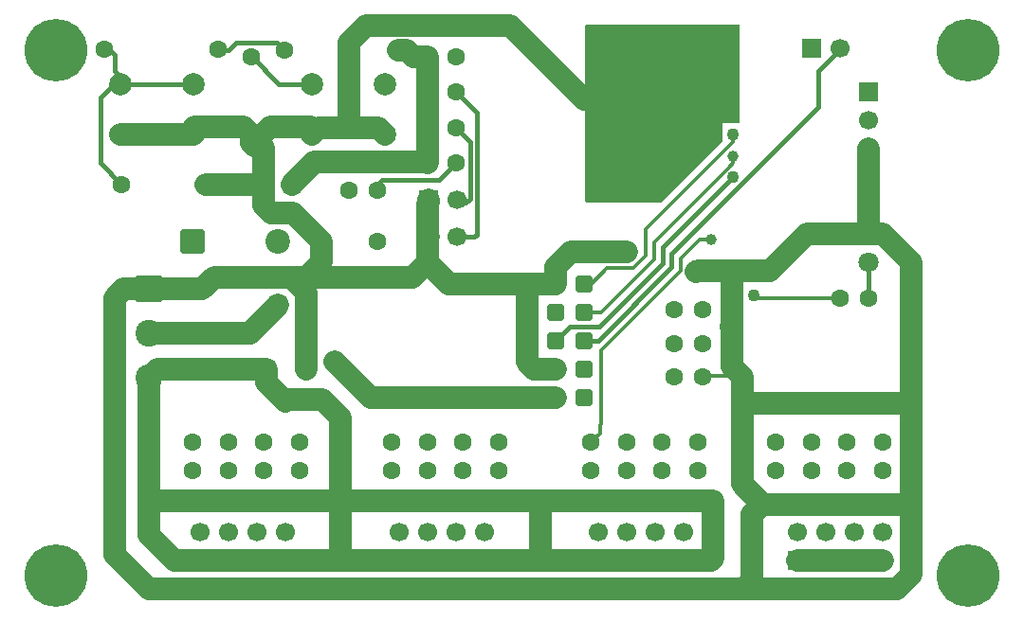
<source format=gbl>
G04 #@! TF.GenerationSoftware,KiCad,Pcbnew,9.0.6*
G04 #@! TF.CreationDate,2026-01-30T16:54:02+01:00*
G04 #@! TF.ProjectId,ESP32_PWM_PCB_large,45535033-325f-4505-974d-5f5043425f6c,1.0*
G04 #@! TF.SameCoordinates,Original*
G04 #@! TF.FileFunction,Copper,L2,Bot*
G04 #@! TF.FilePolarity,Positive*
%FSLAX46Y46*%
G04 Gerber Fmt 4.6, Leading zero omitted, Abs format (unit mm)*
G04 Created by KiCad (PCBNEW 9.0.6) date 2026-01-30 16:54:02*
%MOMM*%
%LPD*%
G01*
G04 APERTURE LIST*
G04 Aperture macros list*
%AMRoundRect*
0 Rectangle with rounded corners*
0 $1 Rounding radius*
0 $2 $3 $4 $5 $6 $7 $8 $9 X,Y pos of 4 corners*
0 Add a 4 corners polygon primitive as box body*
4,1,4,$2,$3,$4,$5,$6,$7,$8,$9,$2,$3,0*
0 Add four circle primitives for the rounded corners*
1,1,$1+$1,$2,$3*
1,1,$1+$1,$4,$5*
1,1,$1+$1,$6,$7*
1,1,$1+$1,$8,$9*
0 Add four rect primitives between the rounded corners*
20,1,$1+$1,$2,$3,$4,$5,0*
20,1,$1+$1,$4,$5,$6,$7,0*
20,1,$1+$1,$6,$7,$8,$9,0*
20,1,$1+$1,$8,$9,$2,$3,0*%
G04 Aperture macros list end*
G04 #@! TA.AperFunction,ComponentPad*
%ADD10C,1.600000*%
G04 #@! TD*
G04 #@! TA.AperFunction,ComponentPad*
%ADD11R,1.700000X1.700000*%
G04 #@! TD*
G04 #@! TA.AperFunction,ComponentPad*
%ADD12C,1.700000*%
G04 #@! TD*
G04 #@! TA.AperFunction,ComponentPad*
%ADD13RoundRect,0.236220X-0.513780X-0.513780X0.513780X-0.513780X0.513780X0.513780X-0.513780X0.513780X0*%
G04 #@! TD*
G04 #@! TA.AperFunction,ComponentPad*
%ADD14RoundRect,0.250000X0.550000X-0.550000X0.550000X0.550000X-0.550000X0.550000X-0.550000X-0.550000X0*%
G04 #@! TD*
G04 #@! TA.AperFunction,ComponentPad*
%ADD15C,3.600000*%
G04 #@! TD*
G04 #@! TA.AperFunction,ConnectorPad*
%ADD16C,5.600000*%
G04 #@! TD*
G04 #@! TA.AperFunction,ComponentPad*
%ADD17RoundRect,0.250000X-0.550000X-0.550000X0.550000X-0.550000X0.550000X0.550000X-0.550000X0.550000X0*%
G04 #@! TD*
G04 #@! TA.AperFunction,HeatsinkPad*
%ADD18C,0.600000*%
G04 #@! TD*
G04 #@! TA.AperFunction,ComponentPad*
%ADD19RoundRect,0.250001X-0.949999X0.949999X-0.949999X-0.949999X0.949999X-0.949999X0.949999X0.949999X0*%
G04 #@! TD*
G04 #@! TA.AperFunction,ComponentPad*
%ADD20C,2.400000*%
G04 #@! TD*
G04 #@! TA.AperFunction,ComponentPad*
%ADD21C,2.000000*%
G04 #@! TD*
G04 #@! TA.AperFunction,ComponentPad*
%ADD22RoundRect,0.250000X0.550000X0.550000X-0.550000X0.550000X-0.550000X-0.550000X0.550000X-0.550000X0*%
G04 #@! TD*
G04 #@! TA.AperFunction,ComponentPad*
%ADD23RoundRect,0.249999X-0.850001X-0.850001X0.850001X-0.850001X0.850001X0.850001X-0.850001X0.850001X0*%
G04 #@! TD*
G04 #@! TA.AperFunction,ComponentPad*
%ADD24C,2.200000*%
G04 #@! TD*
G04 #@! TA.AperFunction,ComponentPad*
%ADD25R,1.800000X1.800000*%
G04 #@! TD*
G04 #@! TA.AperFunction,ComponentPad*
%ADD26C,1.800000*%
G04 #@! TD*
G04 #@! TA.AperFunction,ViaPad*
%ADD27C,1.000000*%
G04 #@! TD*
G04 #@! TA.AperFunction,ViaPad*
%ADD28C,1.100000*%
G04 #@! TD*
G04 #@! TA.AperFunction,Conductor*
%ADD29C,2.000000*%
G04 #@! TD*
G04 #@! TA.AperFunction,Conductor*
%ADD30C,0.300000*%
G04 #@! TD*
G04 #@! TA.AperFunction,Conductor*
%ADD31C,0.400000*%
G04 #@! TD*
G04 APERTURE END LIST*
D10*
G04 #@! TO.P,C7,1*
G04 #@! TO.N,+5V*
X144145000Y-83780000D03*
G04 #@! TO.P,C7,2*
G04 #@! TO.N,GND*
X144145000Y-78780000D03*
G04 #@! TD*
G04 #@! TO.P,R25,1*
G04 #@! TO.N,Net-(U1-IO13)*
X185200000Y-87700000D03*
G04 #@! TO.P,R25,2*
G04 #@! TO.N,GND*
X187740000Y-87700000D03*
G04 #@! TD*
D11*
G04 #@! TO.P,J5,1,Pin_1*
G04 #@! TO.N,+5C*
X196215000Y-104140000D03*
D12*
G04 #@! TO.P,J5,2,Pin_2*
G04 #@! TO.N,Net-(J5-Pin_2)*
X196215000Y-101600000D03*
G04 #@! TO.P,J5,3,Pin_3*
G04 #@! TO.N,+5C*
X198755000Y-104140000D03*
G04 #@! TO.P,J5,4,Pin_4*
G04 #@! TO.N,Net-(J5-Pin_4)*
X198755000Y-101600000D03*
G04 #@! TO.P,J5,5,Pin_5*
G04 #@! TO.N,+5C*
X201295000Y-104140000D03*
G04 #@! TO.P,J5,6,Pin_6*
G04 #@! TO.N,Net-(J5-Pin_6)*
X201295000Y-101600000D03*
G04 #@! TO.P,J5,7,Pin_7*
G04 #@! TO.N,+5C*
X203835000Y-104140000D03*
G04 #@! TO.P,J5,8,Pin_8*
G04 #@! TO.N,Net-(J5-Pin_8)*
X203835000Y-101600000D03*
G04 #@! TD*
D10*
G04 #@! TO.P,R14,1*
G04 #@! TO.N,Net-(U1-IO17)*
X180975000Y-93570000D03*
G04 #@! TO.P,R14,2*
G04 #@! TO.N,Net-(J4-Pin_4)*
X180975000Y-96110000D03*
G04 #@! TD*
G04 #@! TO.P,R3,1*
G04 #@! TO.N,Net-(D1-A)*
X202565000Y-80645000D03*
G04 #@! TO.P,R3,2*
G04 #@! TO.N,Net-(U1-IO2)*
X200025000Y-80645000D03*
G04 #@! TD*
D11*
G04 #@! TO.P,J4,1,Pin_1*
G04 #@! TO.N,+5C*
X178435000Y-104140000D03*
D12*
G04 #@! TO.P,J4,2,Pin_2*
G04 #@! TO.N,Net-(J4-Pin_2)*
X178435000Y-101600000D03*
G04 #@! TO.P,J4,3,Pin_3*
G04 #@! TO.N,+5C*
X180975000Y-104140000D03*
G04 #@! TO.P,J4,4,Pin_4*
G04 #@! TO.N,Net-(J4-Pin_4)*
X180975000Y-101600000D03*
G04 #@! TO.P,J4,5,Pin_5*
G04 #@! TO.N,+5C*
X183515000Y-104140000D03*
G04 #@! TO.P,J4,6,Pin_6*
G04 #@! TO.N,Net-(J4-Pin_6)*
X183515000Y-101600000D03*
G04 #@! TO.P,J4,7,Pin_7*
G04 #@! TO.N,+5C*
X186055000Y-104140000D03*
G04 #@! TO.P,J4,8,Pin_8*
G04 #@! TO.N,Net-(J4-Pin_8)*
X186055000Y-101600000D03*
G04 #@! TD*
D11*
G04 #@! TO.P,J10,1,Pin_1*
G04 #@! TO.N,Net-(J10-Pin_1)*
X202565000Y-62230000D03*
D12*
G04 #@! TO.P,J10,2,Pin_2*
G04 #@! TO.N,Net-(J10-Pin_2)*
X202565000Y-64770000D03*
G04 #@! TO.P,J10,3,Pin_3*
G04 #@! TO.N,GND*
X202565000Y-67310000D03*
G04 #@! TD*
D10*
G04 #@! TO.P,C3,1*
G04 #@! TO.N,Net-(C3-Pad1)*
X147500000Y-59100000D03*
G04 #@! TO.P,C3,2*
G04 #@! TO.N,GND*
X147500000Y-66600000D03*
G04 #@! TD*
G04 #@! TO.P,R12,1*
G04 #@! TO.N,Net-(U1-IO13)*
X169545000Y-93570000D03*
G04 #@! TO.P,R12,2*
G04 #@! TO.N,Net-(J3-Pin_8)*
X169545000Y-96110000D03*
G04 #@! TD*
D11*
G04 #@! TO.P,J8,1,Pin_1*
G04 #@! TO.N,GND*
X178435000Y-106680000D03*
D12*
G04 #@! TO.P,J8,2,Pin_2*
X180975000Y-106680000D03*
G04 #@! TO.P,J8,3,Pin_3*
X183515000Y-106680000D03*
G04 #@! TO.P,J8,4,Pin_4*
X186055000Y-106680000D03*
G04 #@! TD*
D11*
G04 #@! TO.P,JP1,1,A*
G04 #@! TO.N,Net-(JP1-A)*
X197500000Y-58300000D03*
D12*
G04 #@! TO.P,JP1,2,B*
G04 #@! TO.N,Net-(J1-MOSI)*
X200040000Y-58300000D03*
G04 #@! TD*
D13*
G04 #@! TO.P,J1,1,GND*
G04 #@! TO.N,GND*
X174625000Y-79375000D03*
G04 #@! TO.P,J1,2,SCLK*
G04 #@! TO.N,Net-(J1-SCLK)*
X177165000Y-79375000D03*
G04 #@! TO.P,J1,3,INT*
G04 #@! TO.N,unconnected-(J1-INT-Pad3)*
X174625000Y-81915000D03*
G04 #@! TO.P,J1,4,SCS*
G04 #@! TO.N,Net-(J1-SCS)*
X177165000Y-81915000D03*
G04 #@! TO.P,J1,5,RST*
G04 #@! TO.N,Net-(J1-RST)*
X174625000Y-84455000D03*
G04 #@! TO.P,J1,6,MOSI*
G04 #@! TO.N,Net-(J1-MOSI)*
X177165000Y-84455000D03*
G04 #@! TO.P,J1,7,GND*
G04 #@! TO.N,GND*
X174625000Y-86995000D03*
G04 #@! TO.P,J1,8,MISO*
G04 #@! TO.N,Net-(J1-MISO)*
X177165000Y-86995000D03*
G04 #@! TO.P,J1,9,5V*
G04 #@! TO.N,+5V*
X174625000Y-89535000D03*
G04 #@! TO.P,J1,10,3.3V*
G04 #@! TO.N,unconnected-(J1-3.3V-Pad10)*
X177165000Y-89535000D03*
G04 #@! TD*
D10*
G04 #@! TO.P,R23,1*
G04 #@! TO.N,+3.3V*
X163195000Y-68580000D03*
G04 #@! TO.P,R23,2*
G04 #@! TO.N,Net-(U1-IO0)*
X165735000Y-68580000D03*
G04 #@! TD*
D14*
G04 #@! TO.P,C4,1*
G04 #@! TO.N,+5V*
X149860000Y-81280000D03*
D10*
G04 #@! TO.P,C4,2*
G04 #@! TO.N,GND*
X149860000Y-78780000D03*
G04 #@! TD*
G04 #@! TO.P,R9,1*
G04 #@! TO.N,Net-(U1-IO27)*
X160020000Y-93570000D03*
G04 #@! TO.P,R9,2*
G04 #@! TO.N,Net-(J3-Pin_2)*
X160020000Y-96110000D03*
G04 #@! TD*
D15*
G04 #@! TO.P,REF\u002A\u002A,1*
G04 #@! TO.N,N/C*
X130000000Y-105500000D03*
D16*
X130000000Y-105500000D03*
G04 #@! TD*
D10*
G04 #@! TO.P,R26,1*
G04 #@! TO.N,+3.3V*
X185200000Y-81700000D03*
G04 #@! TO.P,R26,2*
G04 #@! TO.N,Net-(U1-IO15)*
X187740000Y-81700000D03*
G04 #@! TD*
G04 #@! TO.P,R5,1*
G04 #@! TO.N,Net-(U1-IO32)*
X142240000Y-93570000D03*
G04 #@! TO.P,R5,2*
G04 #@! TO.N,Net-(J2-Pin_2)*
X142240000Y-96110000D03*
G04 #@! TD*
G04 #@! TO.P,R11,1*
G04 #@! TO.N,Net-(U1-IO12)*
X166380000Y-93570000D03*
G04 #@! TO.P,R11,2*
G04 #@! TO.N,Net-(J3-Pin_6)*
X166380000Y-96110000D03*
G04 #@! TD*
D17*
G04 #@! TO.P,C1,1*
G04 #@! TO.N,+5C*
X148842349Y-86995000D03*
D10*
G04 #@! TO.P,C1,2*
G04 #@! TO.N,GND*
X152342349Y-86995000D03*
G04 #@! TD*
G04 #@! TO.P,C2,1*
G04 #@! TO.N,Net-(C2-Pad1)*
X135890000Y-70485000D03*
G04 #@! TO.P,C2,2*
G04 #@! TO.N,GND*
X143390000Y-70485000D03*
G04 #@! TD*
G04 #@! TO.P,R13,1*
G04 #@! TO.N,Net-(U1-IO15)*
X177800000Y-93570000D03*
G04 #@! TO.P,R13,2*
G04 #@! TO.N,Net-(J4-Pin_2)*
X177800000Y-96110000D03*
G04 #@! TD*
G04 #@! TO.P,R21,1*
G04 #@! TO.N,Net-(U1-EN)*
X144500000Y-58400000D03*
G04 #@! TO.P,R21,2*
G04 #@! TO.N,Net-(C2-Pad1)*
X134340000Y-58400000D03*
G04 #@! TD*
D18*
G04 #@! TO.P,U1,39,GND*
G04 #@! TO.N,GND*
X181805000Y-62457500D03*
X181805000Y-63982500D03*
X182567500Y-61695000D03*
X182567500Y-63220000D03*
X182567500Y-64745000D03*
X183330000Y-62457500D03*
X183330000Y-63982500D03*
X184092500Y-61695000D03*
X184092500Y-63220000D03*
X184092500Y-64745000D03*
X184855000Y-62457500D03*
X184855000Y-63982500D03*
G04 #@! TD*
D10*
G04 #@! TO.P,R15,1*
G04 #@! TO.N,Net-(U1-IO0)*
X184150000Y-93570000D03*
G04 #@! TO.P,R15,2*
G04 #@! TO.N,Net-(J4-Pin_6)*
X184150000Y-96110000D03*
G04 #@! TD*
G04 #@! TO.P,R20,1*
G04 #@! TO.N,Net-(U1-IO22)*
X203860400Y-93570000D03*
G04 #@! TO.P,R20,2*
G04 #@! TO.N,Net-(J5-Pin_8)*
X203860400Y-96110000D03*
G04 #@! TD*
D19*
G04 #@! TO.P,J11,1,Pin_1*
G04 #@! TO.N,GND*
X138312500Y-79860000D03*
D20*
G04 #@! TO.P,J11,2,Pin_2*
G04 #@! TO.N,+5V*
X138312500Y-83820000D03*
G04 #@! TO.P,J11,3,Pin_3*
G04 #@! TO.N,+5C*
X138312500Y-87780000D03*
G04 #@! TD*
D10*
G04 #@! TO.P,R22,1*
G04 #@! TO.N,+3.3V*
X160600000Y-58500000D03*
G04 #@! TO.P,R22,2*
G04 #@! TO.N,Net-(U1-EN)*
X150440000Y-58500000D03*
G04 #@! TD*
D11*
G04 #@! TO.P,JP3,1,A*
G04 #@! TO.N,GND*
X163322000Y-75184000D03*
D12*
G04 #@! TO.P,JP3,2,B*
G04 #@! TO.N,Net-(JP3-B)*
X165862000Y-75184000D03*
G04 #@! TD*
D10*
G04 #@! TO.P,R10,1*
G04 #@! TO.N,Net-(U1-IO14)*
X163195000Y-93570000D03*
G04 #@! TO.P,R10,2*
G04 #@! TO.N,Net-(J3-Pin_4)*
X163195000Y-96110000D03*
G04 #@! TD*
D21*
G04 #@! TO.P,SW2,1,1*
G04 #@! TO.N,Net-(C3-Pad1)*
X152885000Y-61500000D03*
X159385000Y-61500000D03*
G04 #@! TO.P,SW2,2,2*
G04 #@! TO.N,GND*
X152885000Y-66000000D03*
X159385000Y-66000000D03*
G04 #@! TD*
D10*
G04 #@! TO.P,C6,1*
G04 #@! TO.N,+3.3V*
X158685000Y-75565000D03*
G04 #@! TO.P,C6,2*
G04 #@! TO.N,GND*
X153685000Y-75565000D03*
G04 #@! TD*
D11*
G04 #@! TO.P,J3,1,Pin_1*
G04 #@! TO.N,+5C*
X160655000Y-104140000D03*
D12*
G04 #@! TO.P,J3,2,Pin_2*
G04 #@! TO.N,Net-(J3-Pin_2)*
X160655000Y-101600000D03*
G04 #@! TO.P,J3,3,Pin_3*
G04 #@! TO.N,+5C*
X163195000Y-104140000D03*
G04 #@! TO.P,J3,4,Pin_4*
G04 #@! TO.N,Net-(J3-Pin_4)*
X163195000Y-101600000D03*
G04 #@! TO.P,J3,5,Pin_5*
G04 #@! TO.N,+5C*
X165735000Y-104140000D03*
G04 #@! TO.P,J3,6,Pin_6*
G04 #@! TO.N,Net-(J3-Pin_6)*
X165735000Y-101600000D03*
G04 #@! TO.P,J3,7,Pin_7*
G04 #@! TO.N,+5C*
X168275000Y-104140000D03*
G04 #@! TO.P,J3,8,Pin_8*
G04 #@! TO.N,Net-(J3-Pin_8)*
X168275000Y-101600000D03*
G04 #@! TD*
D11*
G04 #@! TO.P,J7,1,Pin_1*
G04 #@! TO.N,GND*
X160655000Y-106680000D03*
D12*
G04 #@! TO.P,J7,2,Pin_2*
X163195000Y-106680000D03*
G04 #@! TO.P,J7,3,Pin_3*
X165735000Y-106680000D03*
G04 #@! TO.P,J7,4,Pin_4*
X168275000Y-106680000D03*
G04 #@! TD*
D15*
G04 #@! TO.P,REF\u002A\u002A,1*
G04 #@! TO.N,N/C*
X211500000Y-58500000D03*
D16*
X211500000Y-58500000D03*
G04 #@! TD*
D10*
G04 #@! TO.P,R6,1*
G04 #@! TO.N,Net-(U1-IO33)*
X145415000Y-93570000D03*
G04 #@! TO.P,R6,2*
G04 #@! TO.N,Net-(J2-Pin_4)*
X145415000Y-96110000D03*
G04 #@! TD*
G04 #@! TO.P,R24,1*
G04 #@! TO.N,Net-(U1-IO0)*
X158750000Y-71000000D03*
G04 #@! TO.P,R24,2*
G04 #@! TO.N,Net-(C3-Pad1)*
X156210000Y-71000000D03*
G04 #@! TD*
D11*
G04 #@! TO.P,JP2,1,A*
G04 #@! TO.N,GND*
X163322000Y-71882000D03*
D12*
G04 #@! TO.P,JP2,2,B*
G04 #@! TO.N,Net-(JP2-B)*
X165862000Y-71882000D03*
G04 #@! TD*
D22*
G04 #@! TO.P,C5,1*
G04 #@! TO.N,+3.3V*
X151090000Y-70485000D03*
D10*
G04 #@! TO.P,C5,2*
G04 #@! TO.N,GND*
X148590000Y-70485000D03*
G04 #@! TD*
D11*
G04 #@! TO.P,J6,1,Pin_1*
G04 #@! TO.N,GND*
X142875000Y-106680000D03*
D12*
G04 #@! TO.P,J6,2,Pin_2*
X145415000Y-106680000D03*
G04 #@! TO.P,J6,3,Pin_3*
X147955000Y-106680000D03*
G04 #@! TO.P,J6,4,Pin_4*
X150495000Y-106680000D03*
G04 #@! TD*
D10*
G04 #@! TO.P,R27,1*
G04 #@! TO.N,Net-(J1-SCS)*
X187740000Y-84700000D03*
G04 #@! TO.P,R27,2*
G04 #@! TO.N,+3.3V*
X185200000Y-84700000D03*
G04 #@! TD*
D15*
G04 #@! TO.P,REF\u002A\u002A,1*
G04 #@! TO.N,N/C*
X130000000Y-58500000D03*
D16*
X130000000Y-58500000D03*
G04 #@! TD*
D10*
G04 #@! TO.P,R19,1*
G04 #@! TO.N,Net-(J10-Pin_2)*
X200660000Y-93570000D03*
G04 #@! TO.P,R19,2*
G04 #@! TO.N,Net-(J5-Pin_6)*
X200660000Y-96110000D03*
G04 #@! TD*
D23*
G04 #@! TO.P,D2,1,K*
G04 #@! TO.N,+5V*
X142240000Y-75565000D03*
D24*
G04 #@! TO.P,D2,2,A*
G04 #@! TO.N,+3.3V*
X149860000Y-75565000D03*
G04 #@! TD*
D10*
G04 #@! TO.P,R4,1*
G04 #@! TO.N,+3.3V*
X163195000Y-59055000D03*
G04 #@! TO.P,R4,2*
G04 #@! TO.N,Net-(J1-MISO)*
X165735000Y-59055000D03*
G04 #@! TD*
G04 #@! TO.P,R1,1*
G04 #@! TO.N,+3.3V*
X163195000Y-65405000D03*
G04 #@! TO.P,R1,2*
G04 #@! TO.N,Net-(JP2-B)*
X165735000Y-65405000D03*
G04 #@! TD*
G04 #@! TO.P,R2,1*
G04 #@! TO.N,+3.3V*
X163195000Y-62230000D03*
G04 #@! TO.P,R2,2*
G04 #@! TO.N,Net-(JP3-B)*
X165735000Y-62230000D03*
G04 #@! TD*
D25*
G04 #@! TO.P,D1,1,K*
G04 #@! TO.N,GND*
X202565000Y-74930000D03*
D26*
G04 #@! TO.P,D1,2,A*
G04 #@! TO.N,Net-(D1-A)*
X202565000Y-77470000D03*
G04 #@! TD*
D10*
G04 #@! TO.P,R18,1*
G04 #@! TO.N,Net-(U1-IO21)*
X197485000Y-93570000D03*
G04 #@! TO.P,R18,2*
G04 #@! TO.N,Net-(J5-Pin_4)*
X197485000Y-96110000D03*
G04 #@! TD*
D21*
G04 #@! TO.P,SW1,1,1*
G04 #@! TO.N,Net-(C2-Pad1)*
X135800000Y-61500000D03*
X142300000Y-61500000D03*
G04 #@! TO.P,SW1,2,2*
G04 #@! TO.N,GND*
X135800000Y-66000000D03*
X142300000Y-66000000D03*
G04 #@! TD*
D10*
G04 #@! TO.P,R16,1*
G04 #@! TO.N,Net-(U1-IO4)*
X187325000Y-93570000D03*
G04 #@! TO.P,R16,2*
G04 #@! TO.N,Net-(J4-Pin_8)*
X187325000Y-96110000D03*
G04 #@! TD*
G04 #@! TO.P,R8,1*
G04 #@! TO.N,Net-(U1-IO26)*
X151765000Y-93570000D03*
G04 #@! TO.P,R8,2*
G04 #@! TO.N,Net-(J2-Pin_8)*
X151765000Y-96110000D03*
G04 #@! TD*
G04 #@! TO.P,R7,1*
G04 #@! TO.N,Net-(U1-IO25)*
X148590000Y-93570000D03*
G04 #@! TO.P,R7,2*
G04 #@! TO.N,Net-(J2-Pin_6)*
X148590000Y-96110000D03*
G04 #@! TD*
D11*
G04 #@! TO.P,J9,1,Pin_1*
G04 #@! TO.N,GND*
X196215000Y-106680000D03*
D12*
G04 #@! TO.P,J9,2,Pin_2*
X198755000Y-106680000D03*
G04 #@! TO.P,J9,3,Pin_3*
X201295000Y-106680000D03*
G04 #@! TO.P,J9,4,Pin_4*
X203835000Y-106680000D03*
G04 #@! TD*
D11*
G04 #@! TO.P,J2,1,Pin_1*
G04 #@! TO.N,+5C*
X142875000Y-104140000D03*
D12*
G04 #@! TO.P,J2,2,Pin_2*
G04 #@! TO.N,Net-(J2-Pin_2)*
X142875000Y-101600000D03*
G04 #@! TO.P,J2,3,Pin_3*
G04 #@! TO.N,+5C*
X145415000Y-104140000D03*
G04 #@! TO.P,J2,4,Pin_4*
G04 #@! TO.N,Net-(J2-Pin_4)*
X145415000Y-101600000D03*
G04 #@! TO.P,J2,5,Pin_5*
G04 #@! TO.N,+5C*
X147955000Y-104140000D03*
G04 #@! TO.P,J2,6,Pin_6*
G04 #@! TO.N,Net-(J2-Pin_6)*
X147955000Y-101600000D03*
G04 #@! TO.P,J2,7,Pin_7*
G04 #@! TO.N,+5C*
X150495000Y-104140000D03*
G04 #@! TO.P,J2,8,Pin_8*
G04 #@! TO.N,Net-(J2-Pin_8)*
X150495000Y-101600000D03*
G04 #@! TD*
D10*
G04 #@! TO.P,R17,1*
G04 #@! TO.N,Net-(U1-IO19)*
X194310000Y-93570000D03*
G04 #@! TO.P,R17,2*
G04 #@! TO.N,Net-(J5-Pin_2)*
X194310000Y-96110000D03*
G04 #@! TD*
D15*
G04 #@! TO.P,REF\u002A\u002A,1*
G04 #@! TO.N,N/C*
X211500000Y-105500000D03*
D16*
X211500000Y-105500000D03*
G04 #@! TD*
D27*
G04 #@! TO.N,GND*
X181000000Y-76500000D03*
X187200000Y-78300000D03*
D28*
G04 #@! TO.N,+5V*
X154940000Y-86360000D03*
G04 #@! TO.N,Net-(J1-RST)*
X190500000Y-69850000D03*
G04 #@! TO.N,Net-(J1-SCLK)*
X190500000Y-66040000D03*
D27*
G04 #@! TO.N,Net-(J1-SCS)*
X190500000Y-68000000D03*
D28*
G04 #@! TO.N,Net-(U1-IO2)*
X192300000Y-80400000D03*
D27*
G04 #@! TO.N,Net-(U1-IO15)*
X188500000Y-75400000D03*
G04 #@! TD*
D29*
G04 #@! TO.N,GND*
X190400000Y-83100000D02*
X190400000Y-78200000D01*
X151145000Y-73025000D02*
X149225000Y-73025000D01*
X196215000Y-106680000D02*
X198755000Y-106680000D01*
X187200000Y-78300000D02*
X187300000Y-78200000D01*
X142875000Y-106680000D02*
X139065000Y-106680000D01*
X172720000Y-86995000D02*
X172085000Y-86360000D01*
X142875000Y-106680000D02*
X145415000Y-106680000D01*
X148400000Y-67000000D02*
X147700000Y-67000000D01*
X147955000Y-66555000D02*
X146745000Y-65345000D01*
X187300000Y-78200000D02*
X193800000Y-78200000D01*
X150991370Y-78780000D02*
X152342349Y-80130979D01*
X147500000Y-66600000D02*
X147545000Y-66555000D01*
X202565000Y-74930000D02*
X197070000Y-74930000D01*
X190400000Y-83300000D02*
X190400000Y-86800000D01*
X145415000Y-106680000D02*
X147955000Y-106680000D01*
X190400000Y-86800000D02*
X191300000Y-87700000D01*
X172085000Y-79375000D02*
X165100000Y-79375000D01*
X181000000Y-76500000D02*
X176000000Y-76500000D01*
X150495000Y-106680000D02*
X160655000Y-106680000D01*
D30*
X187840000Y-87600000D02*
X191200000Y-87600000D01*
D29*
X197070000Y-74930000D02*
X193800000Y-78200000D01*
X138312500Y-79860000D02*
X143065000Y-79860000D01*
X163195000Y-72263000D02*
X163195000Y-75057000D01*
X172085000Y-86360000D02*
X172085000Y-79375000D01*
D30*
X191200000Y-87600000D02*
X191300000Y-87700000D01*
D29*
X178435000Y-106680000D02*
X180975000Y-106680000D01*
X174625000Y-79375000D02*
X172085000Y-79375000D01*
X147955000Y-66555000D02*
X149165000Y-65345000D01*
X177165000Y-62865000D02*
X183515000Y-62865000D01*
X148590000Y-70485000D02*
X143390000Y-70485000D01*
X163195000Y-75311000D02*
X163322000Y-75184000D01*
X143065000Y-79860000D02*
X144145000Y-78780000D01*
X152885000Y-66000000D02*
X153480000Y-65405000D01*
X163195000Y-75057000D02*
X163322000Y-75184000D01*
X152885000Y-65405000D02*
X152885000Y-66000000D01*
X156210000Y-65405000D02*
X156210000Y-57785000D01*
X206375000Y-99100000D02*
X206375000Y-105410000D01*
X147545000Y-66555000D02*
X147955000Y-66555000D01*
X152360000Y-78780000D02*
X153685000Y-77455000D01*
X160655000Y-106680000D02*
X163195000Y-106680000D01*
X144145000Y-78780000D02*
X149860000Y-78780000D01*
X206375000Y-105410000D02*
X205105000Y-106680000D01*
X142315000Y-65405000D02*
X142315000Y-66000000D01*
X149225000Y-73025000D02*
X148590000Y-72390000D01*
X191300000Y-90100000D02*
X191300000Y-97300000D01*
X163322000Y-71882000D02*
X163322000Y-72136000D01*
X163195000Y-77470000D02*
X163195000Y-75311000D01*
X174625000Y-77875000D02*
X174625000Y-79375000D01*
X156210000Y-65405000D02*
X158790000Y-65405000D01*
X192200000Y-100000000D02*
X192200000Y-105880000D01*
X206375000Y-77470000D02*
X206375000Y-90100000D01*
X142315000Y-66000000D02*
X135815000Y-66000000D01*
X192200000Y-105880000D02*
X191400000Y-106680000D01*
X165100000Y-79375000D02*
X163195000Y-77470000D01*
X157696000Y-56299000D02*
X170599000Y-56299000D01*
X152342349Y-80130979D02*
X152342349Y-86995000D01*
X183515000Y-106680000D02*
X186055000Y-106680000D01*
X193100000Y-99100000D02*
X192200000Y-100000000D01*
X205105000Y-106680000D02*
X203835000Y-106680000D01*
X153685000Y-77455000D02*
X153685000Y-75565000D01*
X176000000Y-76500000D02*
X174625000Y-77875000D01*
X149165000Y-65345000D02*
X152825000Y-65345000D01*
X139045000Y-106700000D02*
X138300000Y-106700000D01*
X158790000Y-65405000D02*
X159385000Y-66000000D01*
X146745000Y-65345000D02*
X142375000Y-65345000D01*
X191400000Y-106680000D02*
X196215000Y-106680000D01*
X147500000Y-66800000D02*
X147500000Y-66600000D01*
X138300000Y-106700000D02*
X135255000Y-103655000D01*
X191300000Y-97300000D02*
X193100000Y-99100000D01*
X149860000Y-78780000D02*
X152360000Y-78780000D01*
X206375000Y-90100000D02*
X206375000Y-99100000D01*
X139065000Y-106680000D02*
X139045000Y-106700000D01*
X202565000Y-74930000D02*
X203835000Y-74930000D01*
X198755000Y-106680000D02*
X201295000Y-106680000D01*
X201295000Y-106680000D02*
X203835000Y-106680000D01*
X165735000Y-106680000D02*
X168275000Y-106680000D01*
X156210000Y-57785000D02*
X157696000Y-56299000D01*
X163322000Y-72136000D02*
X163195000Y-72263000D01*
X152825000Y-65345000D02*
X152885000Y-65405000D01*
X170599000Y-56299000D02*
X177165000Y-62865000D01*
X147955000Y-106680000D02*
X150495000Y-106680000D01*
X148590000Y-72390000D02*
X148590000Y-70485000D01*
X191300000Y-90100000D02*
X206375000Y-90100000D01*
X180975000Y-106680000D02*
X183515000Y-106680000D01*
X161885000Y-78780000D02*
X163195000Y-77470000D01*
X153685000Y-75565000D02*
X151145000Y-73025000D01*
X203835000Y-74930000D02*
X206375000Y-77470000D01*
X163195000Y-106680000D02*
X165735000Y-106680000D01*
X142375000Y-65345000D02*
X142315000Y-65405000D01*
X174625000Y-86995000D02*
X172720000Y-86995000D01*
X190300000Y-83200000D02*
X190400000Y-83300000D01*
X168275000Y-106680000D02*
X178435000Y-106680000D01*
X135255000Y-80645000D02*
X136040000Y-79860000D01*
X186055000Y-106680000D02*
X191400000Y-106680000D01*
X202565000Y-67310000D02*
X202565000Y-74930000D01*
X153480000Y-65405000D02*
X156210000Y-65405000D01*
X135255000Y-103655000D02*
X135255000Y-80645000D01*
X148590000Y-70485000D02*
X148590000Y-67190000D01*
X149860000Y-78780000D02*
X150991370Y-78780000D01*
X191300000Y-87700000D02*
X191300000Y-90100000D01*
X152360000Y-78780000D02*
X161885000Y-78780000D01*
X148590000Y-67190000D02*
X148400000Y-67000000D01*
X193100000Y-99100000D02*
X206375000Y-99100000D01*
X136040000Y-79860000D02*
X138312500Y-79860000D01*
X147700000Y-67000000D02*
X147500000Y-66800000D01*
G04 #@! TO.N,+5C*
X138312500Y-98800000D02*
X138312500Y-87780000D01*
X142875000Y-104140000D02*
X140640000Y-104140000D01*
X183515000Y-104140000D02*
X186055000Y-104140000D01*
X139097500Y-86995000D02*
X138312500Y-87780000D01*
X138300000Y-101800000D02*
X138312500Y-101787500D01*
X150495000Y-104140000D02*
X155200000Y-104140000D01*
X138312500Y-98800000D02*
X173300000Y-98800000D01*
X147955000Y-104140000D02*
X145415000Y-104140000D01*
X188700000Y-103940000D02*
X188500000Y-104140000D01*
X150495000Y-104140000D02*
X147955000Y-104140000D01*
X198755000Y-104140000D02*
X201295000Y-104140000D01*
X188500000Y-104140000D02*
X186055000Y-104140000D01*
X173300000Y-104140000D02*
X178435000Y-104140000D01*
X160655000Y-104140000D02*
X163195000Y-104140000D01*
X150700000Y-89700000D02*
X153800000Y-89700000D01*
X201295000Y-104140000D02*
X203835000Y-104140000D01*
X148842349Y-86995000D02*
X148842349Y-88242349D01*
X148842349Y-86995000D02*
X139097500Y-86995000D01*
X188700000Y-98800000D02*
X188700000Y-103940000D01*
X168275000Y-104140000D02*
X173300000Y-104140000D01*
X148842349Y-88242349D02*
X150500000Y-89900000D01*
X155200000Y-104140000D02*
X160655000Y-104140000D01*
X145415000Y-104140000D02*
X142875000Y-104140000D01*
X138312500Y-101787500D02*
X138312500Y-98800000D01*
X196215000Y-104140000D02*
X198755000Y-104140000D01*
X153800000Y-89700000D02*
X155400000Y-91300000D01*
X178435000Y-104140000D02*
X180975000Y-104140000D01*
X163195000Y-104140000D02*
X165735000Y-104140000D01*
X140640000Y-104140000D02*
X138300000Y-101800000D01*
X150500000Y-89900000D02*
X150700000Y-89700000D01*
X173300000Y-98800000D02*
X188700000Y-98800000D01*
X155400000Y-103940000D02*
X155200000Y-104140000D01*
X173300000Y-104140000D02*
X173300000Y-98800000D01*
X180975000Y-104140000D02*
X183515000Y-104140000D01*
X165735000Y-104140000D02*
X168275000Y-104140000D01*
X155400000Y-91300000D02*
X155400000Y-103940000D01*
D31*
G04 #@! TO.N,Net-(D1-A)*
X202565000Y-77470000D02*
X202565000Y-80645000D01*
D29*
G04 #@! TO.N,+5V*
X155500000Y-86900000D02*
X155480000Y-86900000D01*
X147360000Y-83780000D02*
X149860000Y-81280000D01*
X144105000Y-83820000D02*
X144145000Y-83780000D01*
X158135000Y-89535000D02*
X155500000Y-86900000D01*
X155480000Y-86900000D02*
X154940000Y-86360000D01*
X174625000Y-89535000D02*
X158135000Y-89535000D01*
X138312500Y-83820000D02*
X144105000Y-83820000D01*
X144145000Y-83780000D02*
X147360000Y-83780000D01*
G04 #@! TO.N,+3.3V*
X163195000Y-68580000D02*
X163195000Y-65405000D01*
X163195000Y-62230000D02*
X163195000Y-59055000D01*
X163115000Y-68500000D02*
X163195000Y-68580000D01*
X161925000Y-59055000D02*
X161370000Y-58500000D01*
X151090000Y-70485000D02*
X153075000Y-68500000D01*
X153075000Y-68500000D02*
X163115000Y-68500000D01*
X161370000Y-58500000D02*
X160600000Y-58500000D01*
X163195000Y-59055000D02*
X161925000Y-59055000D01*
X163195000Y-65405000D02*
X163195000Y-62230000D01*
D31*
G04 #@! TO.N,Net-(J1-RST)*
X190450000Y-69850000D02*
X190500000Y-69850000D01*
X184200000Y-77500000D02*
X184200000Y-76100000D01*
X184200000Y-76100000D02*
X190450000Y-69850000D01*
X178515000Y-83185000D02*
X184200000Y-77500000D01*
X175895000Y-83185000D02*
X178515000Y-83185000D01*
X174625000Y-84455000D02*
X175895000Y-83185000D01*
G04 #@! TO.N,Net-(J1-MOSI)*
X178445000Y-84455000D02*
X177165000Y-84455000D01*
X198120000Y-63580000D02*
X185000000Y-76700000D01*
X198120000Y-60325000D02*
X198120000Y-63580000D01*
X185000000Y-77900000D02*
X178445000Y-84455000D01*
X200025000Y-58420000D02*
X198120000Y-60325000D01*
X185000000Y-76700000D02*
X185000000Y-77900000D01*
D30*
G04 #@! TO.N,Net-(J1-SCLK)*
X182700000Y-76900000D02*
X182700000Y-74500000D01*
X177165000Y-79375000D02*
X177825000Y-79375000D01*
X190500000Y-66700000D02*
X190500000Y-66040000D01*
X181600000Y-78000000D02*
X182700000Y-76900000D01*
X177825000Y-79375000D02*
X179200000Y-78000000D01*
X179200000Y-78000000D02*
X181600000Y-78000000D01*
X182700000Y-74500000D02*
X190500000Y-66700000D01*
G04 #@! TO.N,Net-(J1-SCS)*
X190126793Y-68949000D02*
X190151000Y-68949000D01*
X190500000Y-68600000D02*
X190500000Y-68000000D01*
X183400000Y-77200000D02*
X183400000Y-75675793D01*
X183400000Y-75675793D02*
X190126793Y-68949000D01*
X177165000Y-81915000D02*
X178685000Y-81915000D01*
X178685000Y-81915000D02*
X183400000Y-77200000D01*
X190151000Y-68949000D02*
X190500000Y-68600000D01*
D31*
G04 #@! TO.N,Net-(JP2-B)*
X167005000Y-66675000D02*
X165735000Y-65405000D01*
X166116000Y-72136000D02*
X166624000Y-72136000D01*
X167005000Y-71755000D02*
X167005000Y-66675000D01*
X166624000Y-72136000D02*
X167005000Y-71755000D01*
G04 #@! TO.N,Net-(JP3-B)*
X167386000Y-75184000D02*
X167606000Y-74964000D01*
X167606000Y-74964000D02*
X167606000Y-64101000D01*
X167606000Y-64101000D02*
X165735000Y-62230000D01*
X165862000Y-75184000D02*
X167386000Y-75184000D01*
D30*
G04 #@! TO.N,Net-(U1-IO2)*
X192300000Y-80400000D02*
X192545000Y-80645000D01*
X192545000Y-80645000D02*
X200025000Y-80645000D01*
G04 #@! TO.N,Net-(U1-IO15)*
X178700000Y-91900000D02*
X178700000Y-85300000D01*
X187500000Y-75400000D02*
X188500000Y-75400000D01*
X185800000Y-78200000D02*
X185800000Y-77100000D01*
X178600000Y-92770000D02*
X178600000Y-92000000D01*
X178600000Y-92000000D02*
X178700000Y-91900000D01*
X178700000Y-85300000D02*
X185800000Y-78200000D01*
X177800000Y-93570000D02*
X178600000Y-92770000D01*
X185800000Y-77100000D02*
X187500000Y-75400000D01*
D31*
G04 #@! TO.N,Net-(U1-IO0)*
X159131000Y-70104000D02*
X158750000Y-70485000D01*
X165735000Y-68580000D02*
X164211000Y-70104000D01*
X164211000Y-70104000D02*
X159131000Y-70104000D01*
G04 #@! TO.N,Net-(U1-EN)*
X144600000Y-58500000D02*
X144500000Y-58400000D01*
X145415000Y-58500000D02*
X144600000Y-58500000D01*
X150440000Y-58500000D02*
X150440000Y-58445000D01*
X150440000Y-58445000D02*
X149780000Y-57785000D01*
X146130000Y-57785000D02*
X145415000Y-58500000D01*
X149780000Y-57785000D02*
X146130000Y-57785000D01*
G04 #@! TO.N,Net-(C2-Pad1)*
X134740000Y-58400000D02*
X134340000Y-58400000D01*
X135815000Y-60885000D02*
X135255000Y-60325000D01*
X135255000Y-60325000D02*
X135255000Y-58915000D01*
X133985000Y-68580000D02*
X133985000Y-62735000D01*
X135815000Y-61500000D02*
X142315000Y-61500000D01*
X135255000Y-58915000D02*
X134740000Y-58400000D01*
X133985000Y-62735000D02*
X135220000Y-61500000D01*
X135890000Y-70485000D02*
X133985000Y-68580000D01*
G04 #@! TO.N,Net-(C3-Pad1)*
X147555000Y-59100000D02*
X147500000Y-59100000D01*
X149955000Y-61500000D02*
X147555000Y-59100000D01*
X152290000Y-61500000D02*
X149955000Y-61500000D01*
G04 #@! TD*
G04 #@! TA.AperFunction,Conductor*
G04 #@! TO.N,GND*
G36*
X191043039Y-56219685D02*
G01*
X191088794Y-56272489D01*
X191100000Y-56324000D01*
X191100000Y-64876000D01*
X191080315Y-64943039D01*
X191027511Y-64988794D01*
X190976000Y-65000000D01*
X189500000Y-65000000D01*
X189500000Y-66648638D01*
X189480315Y-66715677D01*
X189463681Y-66736319D01*
X184136319Y-72063681D01*
X184074996Y-72097166D01*
X184048638Y-72100000D01*
X177424000Y-72100000D01*
X177356961Y-72080315D01*
X177311206Y-72027511D01*
X177300000Y-71976000D01*
X177300000Y-56324000D01*
X177319685Y-56256961D01*
X177372489Y-56211206D01*
X177424000Y-56200000D01*
X190976000Y-56200000D01*
X191043039Y-56219685D01*
G37*
G04 #@! TD.AperFunction*
G04 #@! TD*
M02*

</source>
